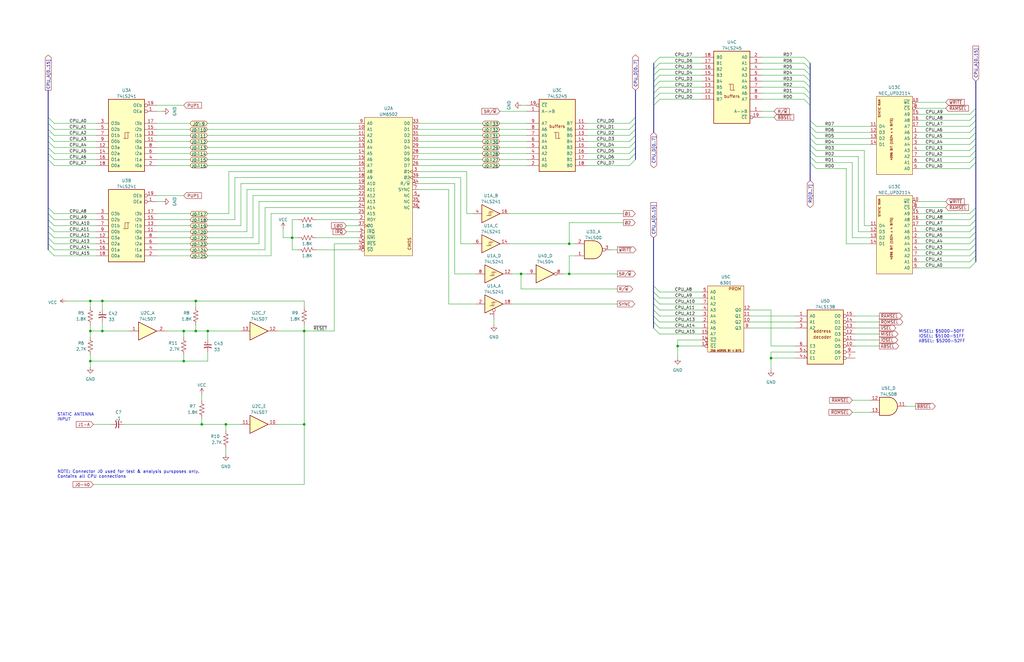
<source format=kicad_sch>
(kicad_sch (version 20230121) (generator eeschema)
  (paper "B")
  (title_block (title "Exidy Universal Game Board II") (company "Anton Gale") (comment 4 "6502 GAME LOGIC PCB"))
  (junction (at 123.19 100.33))
  (junction (at 82.55 127))
  (junction (at 219.71 115.57))
  (junction (at 325.12 151.13))
  (junction (at 128.27 139.7))
  (junction (at 128.27 179.07))
  (junction (at 38.1 127))
  (junction (at 85.09 179.07))
  (junction (at 38.1 139.7))
  (junction (at 82.55 139.7))
  (junction (at 43.18 139.7))
  (junction (at 77.47 152.4))
  (junction (at 240.03 102.87))
  (junction (at 240.03 115.57))
  (junction (at 285.75 146.05))
  (junction (at 77.47 139.7))
  (junction (at 43.18 127))
  (junction (at 87.63 139.7))
  (junction (at 95.25 179.07))
  (junction (at 38.1 152.4))
  (bus_entry (at 411.48 90.17) (size -2.54 2.54))
  (bus_entry (at 411.48 53.34) (size -2.54 2.54))
  (bus_entry (at 275.6622 29.21) (size 2.54 -2.54))
  (bus_entry (at 275.59 133.35) (size 2.54 2.54))
  (bus_entry (at 20.32 92.71) (size 2.54 2.54))
  (bus_entry (at 267.97 62.23) (size -2.54 2.54))
  (bus_entry (at 411.48 58.42) (size -2.54 2.54))
  (bus_entry (at 275.59 120.65) (size 2.54 2.54))
  (bus_entry (at 341.63 41.91) (size -2.54 -2.54))
  (bus_entry (at 411.48 87.63) (size -2.54 2.54))
  (bus_entry (at 20.32 105.41) (size 2.54 2.54))
  (bus_entry (at 275.6622 41.91) (size 2.54 -2.54))
  (bus_entry (at 267.97 52.07) (size -2.54 2.54))
  (bus_entry (at 341.63 34.29) (size -2.54 -2.54))
  (bus_entry (at 341.63 66.04) (size 2.54 2.54))
  (bus_entry (at 341.63 55.88) (size 2.54 2.54))
  (bus_entry (at 341.63 63.5) (size 2.54 2.54))
  (bus_entry (at 275.6622 36.83) (size 2.54 -2.54))
  (bus_entry (at 411.48 105.41) (size -2.54 2.54))
  (bus_entry (at 275.59 138.43) (size 2.54 2.54))
  (bus_entry (at 20.32 52.07) (size 2.54 2.54))
  (bus_entry (at 20.32 49.53) (size 2.54 2.54))
  (bus_entry (at 275.59 128.27) (size 2.54 2.54))
  (bus_entry (at 20.32 54.61) (size 2.54 2.54))
  (bus_entry (at 341.63 29.21) (size -2.54 -2.54))
  (bus_entry (at 411.48 110.49) (size -2.54 2.54))
  (bus_entry (at 20.32 100.33) (size 2.54 2.54))
  (bus_entry (at 341.63 53.34) (size 2.54 2.54))
  (bus_entry (at 275.59 135.89) (size 2.54 2.54))
  (bus_entry (at 275.59 125.73) (size 2.54 2.54))
  (bus_entry (at 341.63 60.96) (size 2.54 2.54))
  (bus_entry (at 411.48 97.79) (size -2.54 2.54))
  (bus_entry (at 275.6622 44.45) (size 2.54 -2.54))
  (bus_entry (at 20.32 64.77) (size 2.54 2.54))
  (bus_entry (at 267.97 49.53) (size -2.54 2.54))
  (bus_entry (at 267.97 57.15) (size -2.54 2.54))
  (bus_entry (at 411.48 66.04) (size -2.54 2.54))
  (bus_entry (at 411.48 107.95) (size -2.54 2.54))
  (bus_entry (at 275.6622 34.29) (size 2.54 -2.54))
  (bus_entry (at 341.63 44.45) (size -2.54 -2.54))
  (bus_entry (at 275.6622 26.67) (size 2.54 -2.54))
  (bus_entry (at 20.32 67.31) (size 2.54 2.54))
  (bus_entry (at 341.63 50.8) (size 2.54 2.54))
  (bus_entry (at 411.48 60.96) (size -2.54 2.54))
  (bus_entry (at 20.32 62.23) (size 2.54 2.54))
  (bus_entry (at 341.63 68.58) (size 2.54 2.54))
  (bus_entry (at 267.97 67.31) (size -2.54 2.54))
  (bus_entry (at 275.59 123.19) (size 2.54 2.54))
  (bus_entry (at 341.63 31.75) (size -2.54 -2.54))
  (bus_entry (at 275.6622 39.37) (size 2.54 -2.54))
  (bus_entry (at 20.32 97.79) (size 2.54 2.54))
  (bus_entry (at 411.48 63.5) (size -2.54 2.54))
  (bus_entry (at 411.48 55.88) (size -2.54 2.54))
  (bus_entry (at 411.48 92.71) (size -2.54 2.54))
  (bus_entry (at 341.63 39.37) (size -2.54 -2.54))
  (bus_entry (at 411.48 102.87) (size -2.54 2.54))
  (bus_entry (at 341.63 26.67) (size -2.54 -2.54))
  (bus_entry (at 267.97 64.77) (size -2.54 2.54))
  (bus_entry (at 20.32 95.25) (size 2.54 2.54))
  (bus_entry (at 267.97 59.69) (size -2.54 2.54))
  (bus_entry (at 267.97 54.61) (size -2.54 2.54))
  (bus_entry (at 341.63 58.42) (size 2.54 2.54))
  (bus_entry (at 411.48 48.26) (size -2.54 2.54))
  (bus_entry (at 20.32 90.17) (size 2.54 2.54))
  (bus_entry (at 411.48 68.58) (size -2.54 2.54))
  (bus_entry (at 275.6622 31.75) (size 2.54 -2.54))
  (bus_entry (at 411.48 45.72) (size -2.54 2.54))
  (bus_entry (at 20.32 87.63) (size 2.54 2.54))
  (bus_entry (at 341.63 36.83) (size -2.54 -2.54))
  (bus_entry (at 20.32 102.87) (size 2.54 2.54))
  (bus_entry (at 20.32 59.69) (size 2.54 2.54))
  (bus_entry (at 411.48 95.25) (size -2.54 2.54))
  (bus_entry (at 411.48 100.33) (size -2.54 2.54))
  (bus_entry (at 20.32 57.15) (size 2.54 2.54))
  (bus_entry (at 275.59 130.81) (size 2.54 2.54))
  (bus_entry (at 411.48 50.8) (size -2.54 2.54))
  (wire (pts (xy 95.25 179.07) (xy 101.6 179.07)))
  (wire (pts (xy 87.376 102.87) (xy 109.22 102.87)))
  (wire (pts (xy 38.1 139.7) (xy 38.1 137.16)))
  (wire (pts (xy 95.25 189.23) (xy 95.25 191.77)))
  (wire (pts (xy 22.86 57.15) (xy 40.64 57.15)))
  (wire (pts (xy 359.41 168.91) (xy 367.03 168.91)))
  (bus (pts (xy 341.63 68.58) (xy 341.63 76.2)))
  (wire (pts (xy 316.23 133.35) (xy 335.28 133.35)))
  (wire (pts (xy 203.4965 52.07) (xy 176.53 52.07)))
  (wire (pts (xy 22.86 105.41) (xy 40.64 105.41)))
  (bus (pts (xy 341.63 53.34) (xy 341.63 55.88)))
  (wire (pts (xy 285.75 143.51) (xy 285.75 146.05)))
  (wire (pts (xy 111.76 105.41) (xy 111.76 87.63)))
  (wire (pts (xy 408.94 71.12) (xy 387.35 71.12)))
  (wire (pts (xy 278.13 128.27) (xy 295.91 128.27)))
  (bus (pts (xy 275.59 135.89) (xy 275.59 138.43)))
  (wire (pts (xy 408.94 95.25) (xy 387.35 95.25)))
  (wire (pts (xy 321.31 26.67) (xy 339.09 26.67)))
  (wire (pts (xy 285.75 146.05) (xy 295.91 146.05)))
  (wire (pts (xy 278.13 135.89) (xy 295.91 135.89)))
  (bus (pts (xy 341.63 34.29) (xy 341.63 31.75)))
  (bus (pts (xy 275.59 130.81) (xy 275.59 133.35)))
  (wire (pts (xy 222.25 64.77) (xy 210.566 64.77)))
  (bus (pts (xy 275.59 133.35) (xy 275.59 135.89)))
  (wire (pts (xy 316.23 138.43) (xy 335.28 138.43)))
  (wire (pts (xy 39.37 204.47) (xy 128.27 204.47)))
  (wire (pts (xy 214.63 102.87) (xy 240.03 102.87)))
  (wire (pts (xy 66.04 102.87) (xy 80.264 102.87)))
  (wire (pts (xy 85.09 179.07) (xy 85.09 176.53)))
  (wire (pts (xy 257.81 105.41) (xy 260.35 105.41)))
  (wire (pts (xy 125.73 92.71) (xy 123.19 92.71)))
  (wire (pts (xy 43.18 135.89) (xy 43.18 139.7)))
  (wire (pts (xy 66.04 52.07) (xy 80.264 52.07)))
  (wire (pts (xy 278.13 123.19) (xy 295.91 123.19)))
  (wire (pts (xy 222.25 62.23) (xy 210.6085 62.23)))
  (bus (pts (xy 267.97 52.07) (xy 267.97 54.61)))
  (wire (pts (xy 77.47 139.7) (xy 82.55 139.7)))
  (wire (pts (xy 265.43 52.07) (xy 247.65 52.07)))
  (bus (pts (xy 20.32 49.53) (xy 20.32 52.07)))
  (wire (pts (xy 265.43 54.61) (xy 247.65 54.61)))
  (bus (pts (xy 20.32 100.33) (xy 20.32 102.87)))
  (wire (pts (xy 240.03 107.95) (xy 242.57 107.95)))
  (bus (pts (xy 275.59 120.65) (xy 275.59 123.19)))
  (wire (pts (xy 151.13 82.55) (xy 106.68 82.55)))
  (wire (pts (xy 82.55 129.54) (xy 82.55 127)))
  (wire (pts (xy 85.09 179.07) (xy 95.25 179.07)))
  (wire (pts (xy 203.4965 54.61) (xy 176.53 54.61)))
  (wire (pts (xy 22.86 95.25) (xy 40.64 95.25)))
  (bus (pts (xy 411.48 100.33) (xy 411.48 102.87)))
  (wire (pts (xy 335.28 146.05) (xy 325.12 146.05)))
  (wire (pts (xy 321.31 34.29) (xy 339.09 34.29)))
  (wire (pts (xy 240.03 102.87) (xy 242.57 102.87)))
  (bus (pts (xy 411.48 48.26) (xy 411.48 50.8)))
  (wire (pts (xy 87.376 59.69) (xy 151.13 59.69)))
  (wire (pts (xy 123.19 105.41) (xy 123.19 100.33)))
  (wire (pts (xy 408.94 66.04) (xy 387.35 66.04)))
  (wire (pts (xy 265.43 67.31) (xy 247.65 67.31)))
  (wire (pts (xy 87.63 139.7) (xy 87.63 143.51)))
  (wire (pts (xy 278.2022 41.91) (xy 295.91 41.91)))
  (wire (pts (xy 240.03 93.98) (xy 240.03 102.87)))
  (bus (pts (xy 275.6622 31.75) (xy 275.6622 29.21)))
  (wire (pts (xy 321.31 39.37) (xy 339.09 39.37)))
  (wire (pts (xy 39.37 179.07) (xy 46.99 179.07)))
  (wire (pts (xy 408.94 110.49) (xy 387.35 110.49)))
  (wire (pts (xy 128.27 139.7) (xy 128.27 179.07)))
  (wire (pts (xy 87.376 52.07) (xy 151.13 52.07)))
  (wire (pts (xy 38.1 142.24) (xy 38.1 139.7)))
  (wire (pts (xy 22.86 52.07) (xy 40.64 52.07)))
  (wire (pts (xy 66.04 64.77) (xy 80.2215 64.77)))
  (bus (pts (xy 275.6622 29.21) (xy 275.6622 26.67)))
  (bus (pts (xy 341.63 44.45) (xy 341.63 41.91)))
  (bus (pts (xy 20.32 95.25) (xy 20.32 97.79)))
  (bus (pts (xy 20.32 97.79) (xy 20.32 100.33)))
  (wire (pts (xy 66.04 54.61) (xy 80.264 54.61)))
  (wire (pts (xy 360.68 138.43) (xy 370.84 138.43)))
  (wire (pts (xy 367.03 55.88) (xy 344.17 55.88)))
  (wire (pts (xy 203.4965 69.85) (xy 176.53 69.85)))
  (wire (pts (xy 176.53 80.01) (xy 189.23 80.01)))
  (wire (pts (xy 109.22 102.87) (xy 109.22 85.09)))
  (wire (pts (xy 278.2022 31.75) (xy 295.91 31.75)))
  (wire (pts (xy 278.2022 29.21) (xy 295.91 29.21)))
  (bus (pts (xy 411.48 66.04) (xy 411.48 68.58)))
  (wire (pts (xy 208.28 134.62) (xy 208.28 137.16)))
  (wire (pts (xy 408.94 53.34) (xy 387.35 53.34)))
  (wire (pts (xy 87.4185 92.71) (xy 99.06 92.71)))
  (wire (pts (xy 22.86 62.23) (xy 40.64 62.23)))
  (wire (pts (xy 22.86 54.61) (xy 40.64 54.61)))
  (wire (pts (xy 408.94 48.26) (xy 387.35 48.26)))
  (wire (pts (xy 151.13 77.47) (xy 101.6 77.47)))
  (wire (pts (xy 119.38 100.33) (xy 119.38 96.52)))
  (bus (pts (xy 267.97 57.15) (xy 267.97 59.69)))
  (wire (pts (xy 367.03 60.96) (xy 344.17 60.96)))
  (wire (pts (xy 27.94 127) (xy 38.1 127)))
  (bus (pts (xy 20.32 102.87) (xy 20.32 105.41)))
  (wire (pts (xy 22.86 67.31) (xy 40.64 67.31)))
  (wire (pts (xy 360.68 135.89) (xy 370.84 135.89)))
  (wire (pts (xy 408.94 102.87) (xy 387.35 102.87)))
  (wire (pts (xy 66.04 46.99) (xy 68.58 46.99)))
  (wire (pts (xy 240.03 107.95) (xy 240.03 115.57)))
  (wire (pts (xy 128.27 139.7) (xy 128.27 137.16)))
  (wire (pts (xy 176.53 74.93) (xy 194.31 74.93)))
  (wire (pts (xy 22.86 97.79) (xy 40.64 97.79)))
  (wire (pts (xy 222.25 67.31) (xy 210.6085 67.31)))
  (bus (pts (xy 341.63 60.96) (xy 341.63 63.5)))
  (wire (pts (xy 382.27 171.45) (xy 386.08 171.45)))
  (bus (pts (xy 267.97 59.69) (xy 267.97 62.23)))
  (wire (pts (xy 278.13 125.73) (xy 295.91 125.73)))
  (wire (pts (xy 114.3 90.17) (xy 114.3 107.95)))
  (wire (pts (xy 222.25 69.85) (xy 210.6085 69.85)))
  (bus (pts (xy 275.59 100.33) (xy 275.59 120.65)))
  (wire (pts (xy 125.73 105.41) (xy 123.19 105.41)))
  (wire (pts (xy 237.49 115.57) (xy 240.03 115.57)))
  (wire (pts (xy 295.91 143.51) (xy 285.75 143.51)))
  (wire (pts (xy 87.63 139.7) (xy 101.6 139.7)))
  (bus (pts (xy 411.48 53.34) (xy 411.48 55.88)))
  (wire (pts (xy 222.25 52.07) (xy 210.6085 52.07)))
  (wire (pts (xy 116.84 179.07) (xy 128.27 179.07)))
  (wire (pts (xy 196.85 72.39) (xy 196.85 90.17)))
  (wire (pts (xy 66.04 59.69) (xy 80.264 59.69)))
  (wire (pts (xy 408.94 113.03) (xy 387.35 113.03)))
  (wire (pts (xy 408.94 55.88) (xy 387.35 55.88)))
  (bus (pts (xy 341.63 63.5) (xy 341.63 66.04)))
  (wire (pts (xy 367.03 53.34) (xy 344.17 53.34)))
  (wire (pts (xy 151.13 95.25) (xy 146.05 95.25)))
  (bus (pts (xy 267.97 49.53) (xy 267.97 52.07)))
  (wire (pts (xy 408.94 68.58) (xy 387.35 68.58)))
  (wire (pts (xy 189.23 128.27) (xy 200.66 128.27)))
  (wire (pts (xy 214.63 90.17) (xy 262.89 90.17)))
  (bus (pts (xy 341.63 50.8) (xy 341.63 53.34)))
  (wire (pts (xy 22.86 90.17) (xy 40.64 90.17)))
  (wire (pts (xy 408.94 50.8) (xy 387.35 50.8)))
  (bus (pts (xy 341.63 55.88) (xy 341.63 58.42)))
  (bus (pts (xy 411.48 90.17) (xy 411.48 92.71)))
  (wire (pts (xy 325.12 146.05) (xy 325.12 130.81)))
  (wire (pts (xy 210.82 46.99) (xy 222.25 46.99)))
  (wire (pts (xy 398.78 85.09) (xy 387.35 85.09)))
  (wire (pts (xy 191.77 115.57) (xy 200.66 115.57)))
  (bus (pts (xy 275.6622 44.45) (xy 275.6622 41.91)))
  (wire (pts (xy 95.25 179.07) (xy 95.25 181.61)))
  (wire (pts (xy 367.03 58.42) (xy 344.17 58.42)))
  (wire (pts (xy 123.19 100.33) (xy 125.73 100.33)))
  (wire (pts (xy 99.06 92.71) (xy 99.06 74.93)))
  (wire (pts (xy 22.86 102.87) (xy 40.64 102.87)))
  (wire (pts (xy 321.31 41.91) (xy 339.09 41.91)))
  (wire (pts (xy 106.68 82.55) (xy 106.68 100.33)))
  (wire (pts (xy 66.04 44.45) (xy 77.47 44.45)))
  (bus (pts (xy 411.48 60.96) (xy 411.48 63.5)))
  (wire (pts (xy 398.78 43.18) (xy 387.35 43.18)))
  (bus (pts (xy 411.48 63.5) (xy 411.48 66.04)))
  (bus (pts (xy 341.63 36.83) (xy 341.63 34.29)))
  (wire (pts (xy 66.04 105.41) (xy 80.3065 105.41)))
  (wire (pts (xy 82.55 139.7) (xy 82.55 137.16)))
  (wire (pts (xy 367.03 95.25) (xy 364.49 95.25)))
  (wire (pts (xy 194.31 102.87) (xy 199.39 102.87)))
  (wire (pts (xy 203.454 64.77) (xy 176.53 64.77)))
  (wire (pts (xy 215.9 128.27) (xy 260.35 128.27)))
  (wire (pts (xy 265.43 69.85) (xy 247.65 69.85)))
  (wire (pts (xy 316.23 135.89) (xy 335.28 135.89)))
  (wire (pts (xy 85.09 168.91) (xy 85.09 166.37)))
  (bus (pts (xy 275.6622 41.91) (xy 275.6622 39.37)))
  (wire (pts (xy 133.35 92.71) (xy 151.13 92.71)))
  (bus (pts (xy 411.48 107.95) (xy 411.48 110.49)))
  (bus (pts (xy 411.48 68.58) (xy 411.48 87.63)))
  (wire (pts (xy 114.3 107.95) (xy 87.4185 107.95)))
  (wire (pts (xy 82.55 139.7) (xy 87.63 139.7)))
  (wire (pts (xy 364.49 63.5) (xy 344.17 63.5)))
  (wire (pts (xy 66.04 97.79) (xy 80.3065 97.79)))
  (wire (pts (xy 77.47 149.86) (xy 77.47 152.4)))
  (wire (pts (xy 38.1 152.4) (xy 38.1 154.94)))
  (wire (pts (xy 116.84 139.7) (xy 128.27 139.7)))
  (wire (pts (xy 80.3065 95.25) (xy 66.04 95.25)))
  (wire (pts (xy 191.77 77.47) (xy 191.77 115.57)))
  (wire (pts (xy 194.31 74.93) (xy 194.31 102.87)))
  (bus (pts (xy 411.48 102.87) (xy 411.48 105.41)))
  (wire (pts (xy 408.94 97.79) (xy 387.35 97.79)))
  (wire (pts (xy 123.19 100.33) (xy 119.38 100.33)))
  (wire (pts (xy 87.63 148.59) (xy 87.63 152.4)))
  (bus (pts (xy 341.63 39.37) (xy 341.63 36.83)))
  (wire (pts (xy 285.75 146.05) (xy 285.75 151.13)))
  (wire (pts (xy 82.55 127) (xy 128.27 127)))
  (wire (pts (xy 66.04 67.31) (xy 80.264 67.31)))
  (wire (pts (xy 398.78 87.63) (xy 387.35 87.63)))
  (bus (pts (xy 411.48 55.88) (xy 411.48 58.42)))
  (wire (pts (xy 408.94 58.42) (xy 387.35 58.42)))
  (wire (pts (xy 66.04 82.55) (xy 77.47 82.55)))
  (wire (pts (xy 38.1 152.4) (xy 77.47 152.4)))
  (wire (pts (xy 215.9 115.57) (xy 219.71 115.57)))
  (bus (pts (xy 20.32 90.17) (xy 20.32 92.71)))
  (wire (pts (xy 408.94 63.5) (xy 387.35 63.5)))
  (bus (pts (xy 20.32 87.63) (xy 20.32 90.17)))
  (wire (pts (xy 111.76 87.63) (xy 151.13 87.63)))
  (wire (pts (xy 359.41 173.99) (xy 367.03 173.99)))
  (wire (pts (xy 43.18 139.7) (xy 54.61 139.7)))
  (bus (pts (xy 411.48 50.8) (xy 411.48 53.34)))
  (bus (pts (xy 411.48 45.72) (xy 411.48 48.26)))
  (wire (pts (xy 128.27 129.54) (xy 128.27 127)))
  (wire (pts (xy 219.71 121.92) (xy 260.35 121.92)))
  (wire (pts (xy 66.04 92.71) (xy 80.3065 92.71)))
  (wire (pts (xy 278.13 138.43) (xy 295.91 138.43)))
  (wire (pts (xy 408.94 90.17) (xy 387.35 90.17)))
  (wire (pts (xy 133.35 105.41) (xy 151.13 105.41)))
  (bus (pts (xy 20.32 92.71) (xy 20.32 95.25)))
  (bus (pts (xy 341.63 29.21) (xy 341.63 26.67)))
  (wire (pts (xy 278.13 140.97) (xy 295.91 140.97)))
  (bus (pts (xy 20.32 62.23) (xy 20.32 64.77)))
  (wire (pts (xy 176.53 72.39) (xy 196.85 72.39)))
  (wire (pts (xy 151.13 97.79) (xy 146.05 97.79)))
  (wire (pts (xy 408.94 100.33) (xy 387.35 100.33)))
  (wire (pts (xy 398.78 45.72) (xy 387.35 45.72)))
  (wire (pts (xy 133.35 100.33) (xy 151.13 100.33)))
  (wire (pts (xy 325.12 151.13) (xy 335.28 151.13)))
  (wire (pts (xy 240.03 93.98) (xy 262.89 93.98)))
  (wire (pts (xy 87.4185 105.41) (xy 111.76 105.41)))
  (bus (pts (xy 275.59 123.19) (xy 275.59 125.73)))
  (wire (pts (xy 43.18 127) (xy 43.18 130.81)))
  (wire (pts (xy 128.27 139.7) (xy 140.97 139.7)))
  (wire (pts (xy 265.43 59.69) (xy 247.65 59.69)))
  (wire (pts (xy 356.87 71.12) (xy 356.87 102.87)))
  (wire (pts (xy 77.47 142.24) (xy 77.47 139.7)))
  (wire (pts (xy 38.1 149.86) (xy 38.1 152.4)))
  (wire (pts (xy 87.4185 97.79) (xy 104.14 97.79)))
  (wire (pts (xy 278.2022 34.29) (xy 295.91 34.29)))
  (wire (pts (xy 222.25 54.61) (xy 210.6085 54.61)))
  (wire (pts (xy 265.43 64.77) (xy 247.65 64.77)))
  (wire (pts (xy 101.6 77.47) (xy 101.6 95.25)))
  (wire (pts (xy 87.376 67.31) (xy 151.13 67.31)))
  (wire (pts (xy 196.85 90.17) (xy 199.39 90.17)))
  (bus (pts (xy 275.6622 34.29) (xy 275.6622 31.75)))
  (bus (pts (xy 411.48 87.63) (xy 411.48 90.17)))
  (wire (pts (xy 321.31 29.21) (xy 339.09 29.21)))
  (bus (pts (xy 20.32 52.07) (xy 20.32 54.61)))
  (wire (pts (xy 87.376 62.23) (xy 151.13 62.23)))
  (bus (pts (xy 341.63 31.75) (xy 341.63 29.21)))
  (wire (pts (xy 87.3335 64.77) (xy 151.13 64.77)))
  (wire (pts (xy 203.4965 67.31) (xy 176.53 67.31)))
  (wire (pts (xy 278.13 133.35) (xy 295.91 133.35)))
  (wire (pts (xy 326.39 46.99) (xy 321.31 46.99)))
  (bus (pts (xy 341.63 41.91) (xy 341.63 39.37)))
  (bus (pts (xy 267.97 54.61) (xy 267.97 57.15)))
  (wire (pts (xy 356.87 71.12) (xy 344.17 71.12)))
  (bus (pts (xy 20.32 64.77) (xy 20.32 67.31)))
  (wire (pts (xy 359.41 68.58) (xy 344.17 68.58)))
  (wire (pts (xy 104.14 97.79) (xy 104.14 80.01)))
  (wire (pts (xy 22.86 92.71) (xy 40.64 92.71)))
  (wire (pts (xy 123.19 92.71) (xy 123.19 100.33)))
  (wire (pts (xy 278.2022 36.83) (xy 295.91 36.83)))
  (bus (pts (xy 275.59 125.73) (xy 275.59 128.27)))
  (wire (pts (xy 361.95 97.79) (xy 367.03 97.79)))
  (wire (pts (xy 22.86 64.77) (xy 40.64 64.77)))
  (wire (pts (xy 265.43 57.15) (xy 247.65 57.15)))
  (wire (pts (xy 38.1 139.7) (xy 43.18 139.7)))
  (wire (pts (xy 325.12 148.59) (xy 325.12 151.13)))
  (bus (pts (xy 267.97 62.23) (xy 267.97 64.77)))
  (wire (pts (xy 109.22 85.09) (xy 151.13 85.09)))
  (wire (pts (xy 66.04 85.09) (xy 68.58 85.09)))
  (wire (pts (xy 66.04 69.85) (xy 80.264 69.85)))
  (wire (pts (xy 325.12 130.81) (xy 316.23 130.81)))
  (wire (pts (xy 106.68 100.33) (xy 87.4185 100.33)))
  (bus (pts (xy 411.48 97.79) (xy 411.48 100.33)))
  (bus (pts (xy 275.59 128.27) (xy 275.59 130.81)))
  (bus (pts (xy 411.48 92.71) (xy 411.48 95.25)))
  (wire (pts (xy 203.4965 59.69) (xy 176.53 59.69)))
  (wire (pts (xy 222.25 59.69) (xy 210.6085 59.69)))
  (bus (pts (xy 275.6622 39.37) (xy 275.6622 36.83)))
  (bus (pts (xy 411.48 58.42) (xy 411.48 60.96)))
  (wire (pts (xy 364.49 95.25) (xy 364.49 63.5)))
  (wire (pts (xy 321.31 31.75) (xy 339.09 31.75)))
  (wire (pts (xy 52.07 179.07) (xy 85.09 179.07)))
  (wire (pts (xy 278.2022 26.67) (xy 295.91 26.67)))
  (wire (pts (xy 176.53 77.47) (xy 191.77 77.47)))
  (wire (pts (xy 140.97 139.7) (xy 140.97 102.87)))
  (wire (pts (xy 101.6 95.25) (xy 87.4185 95.25)))
  (wire (pts (xy 104.14 80.01) (xy 151.13 80.01)))
  (wire (pts (xy 96.52 72.39) (xy 151.13 72.39)))
  (wire (pts (xy 359.41 100.33) (xy 359.41 68.58)))
  (wire (pts (xy 361.95 66.04) (xy 361.95 97.79)))
  (bus (pts (xy 267.97 64.77) (xy 267.97 67.31)))
  (wire (pts (xy 203.4965 57.15) (xy 176.53 57.15)))
  (wire (pts (xy 66.04 57.15) (xy 80.264 57.15)))
  (wire (pts (xy 278.13 130.81) (xy 295.91 130.81)))
  (wire (pts (xy 321.31 24.13) (xy 339.09 24.13)))
  (bus (pts (xy 20.32 54.61) (xy 20.32 57.15)))
  (wire (pts (xy 80.3065 100.33) (xy 66.04 100.33)))
  (wire (pts (xy 43.18 127) (xy 82.55 127)))
  (bus (pts (xy 411.48 105.41) (xy 411.48 107.95)))
  (bus (pts (xy 341.63 66.04) (xy 341.63 68.58)))
  (wire (pts (xy 265.43 62.23) (xy 247.65 62.23)))
  (wire (pts (xy 360.68 143.51) (xy 370.84 143.51)))
  (wire (pts (xy 87.4185 90.17) (xy 96.52 90.17)))
  (bus (pts (xy 275.6622 55.88) (xy 275.6622 44.45)))
  (wire (pts (xy 408.94 60.96) (xy 387.35 60.96)))
  (wire (pts (xy 69.85 139.7) (xy 77.47 139.7)))
  (wire (pts (xy 66.04 62.23) (xy 80.264 62.23)))
  (wire (pts (xy 361.95 66.04) (xy 344.17 66.04)))
  (wire (pts (xy 222.25 57.15) (xy 210.6085 57.15)))
  (wire (pts (xy 219.71 121.92) (xy 219.71 115.57)))
  (wire (pts (xy 356.87 102.87) (xy 367.03 102.87)))
  (wire (pts (xy 77.47 152.4) (xy 87.63 152.4)))
  (wire (pts (xy 408.94 107.95) (xy 387.35 107.95)))
  (wire (pts (xy 99.06 74.93) (xy 151.13 74.93)))
  (bus (pts (xy 411.48 95.25) (xy 411.48 97.79)))
  (wire (pts (xy 321.31 36.83) (xy 339.09 36.83)))
  (wire (pts (xy 66.04 90.17) (xy 80.3065 90.17)))
  (wire (pts (xy 140.97 102.87) (xy 151.13 102.87)))
  (wire (pts (xy 203.4965 62.23) (xy 176.53 62.23)))
  (bus (pts (xy 341.63 44.45) (xy 341.63 50.8)))
  (wire (pts (xy 360.68 133.35) (xy 370.84 133.35)))
  (wire (pts (xy 325.12 151.13) (xy 325.12 156.21)))
  (bus (pts (xy 267.97 38.1) (xy 267.97 49.53)))
  (bus (pts (xy 411.48 34.29) (xy 411.48 45.72)))
  (wire (pts (xy 326.39 49.53) (xy 321.31 49.53)))
  (wire (pts (xy 367.03 100.33) (xy 359.41 100.33)))
  (wire (pts (xy 408.94 105.41) (xy 387.35 105.41)))
  (wire (pts (xy 222.25 44.45) (xy 219.71 44.45)))
  (wire (pts (xy 189.23 80.01) (xy 189.23 128.27)))
  (wire (pts (xy 96.52 90.17) (xy 96.52 72.39)))
  (wire (pts (xy 87.376 54.61) (xy 151.13 54.61)))
  (wire (pts (xy 278.2022 24.13) (xy 295.91 24.13)))
  (wire (pts (xy 128.27 179.07) (xy 128.27 204.47)))
  (wire (pts (xy 22.86 107.95) (xy 40.64 107.95)))
  (wire (pts (xy 80.3065 107.95) (xy 66.04 107.95)))
  (wire (pts (xy 278.2022 39.37) (xy 295.91 39.37)))
  (wire (pts (xy 38.1 129.54) (xy 38.1 127)))
  (bus (pts (xy 20.32 67.31) (xy 20.32 87.63)))
  (bus (pts (xy 275.6622 36.83) (xy 275.6622 34.29)))
  (wire (pts (xy 335.28 148.59) (xy 325.12 148.59)))
  (wire (pts (xy 87.376 69.85) (xy 151.13 69.85)))
  (wire (pts (xy 38.1 127) (xy 43.18 127)))
  (bus (pts (xy 20.32 59.69) (xy 20.32 62.23)))
  (bus (pts (xy 20.32 38.1) (xy 20.32 49.53)))
  (wire (pts (xy 151.13 90.17) (xy 114.3 90.17)))
  (wire (pts (xy 360.68 140.97) (xy 370.84 140.97)))
  (wire (pts (xy 87.376 57.15) (xy 151.13 57.15)))
  (wire (pts (xy 360.68 146.05) (xy 370.84 146.05)))
  (wire (pts (xy 240.03 115.57) (xy 260.35 115.57)))
  (bus (pts (xy 341.63 58.42) (xy 341.63 60.96)))
  (wire (pts (xy 22.86 69.85) (xy 40.64 69.85)))
  (wire (pts (xy 22.86 59.69) (xy 40.64 59.69)))
  (wire (pts (xy 22.86 100.33) (xy 40.64 100.33)))
  (wire (pts (xy 408.94 92.71) (xy 387.35 92.71)))
  (wire (pts (xy 219.71 115.57) (xy 222.25 115.57)))
  (bus (pts (xy 20.32 57.15) (xy 20.32 59.69)))
  (text "NOTE: Connector J0 used for test & analysis pursposes only.  \nContains all CPU connections" (at 24.13 201.93 0) (effects (font (size 1.27 1.27)) (justify left bottom)))
  (text "MISEL: $5000-50FF\nIOSEL: $5100-51FF\nABSEL: $5200-52FF" (at 387.35 144.78 0) (effects (font (size 1.27 1.27)) (justify left bottom)))
  (text "STATIC ANTENNA\nINPUT" (at 24.13 177.8 0) (effects (font (size 1.27 1.27)) (justify left bottom)))
  (label "RD2" (at 351.79 66.04 180))
  (label "CPU_A13" (at 284.5522 135.89 0))
  (label "CPU_D2" (at 284.5522 36.83 0))
  (label "CPU_A7" (at 29.1378 69.85 0))
  (label "RD5" (at 330.2 29.21 0))
  (label "RD4" (at 351.79 60.96 180))
  (label "CPU_D4" (at 284.5522 31.75 0))
  (label "CPU_A2" (at 29.21 57.15 0))
  (label "RD4" (at 330.2 31.75 0))
  (label "CPU_A4" (at 29.21 62.23 0))
  (label "CPU_A3" (at 29.21 59.69 0))
  (label "CPU_A15" (at 284.5845 140.97 0))
  (label "CPU_A3" (at 397.51 105.41 180))
  (label "CPU_D5" (at 259.08 64.77 180))
  (label "CPU_D7" (at 259.1522 69.85 180))
  (label "CPU_A8" (at 29.21 90.17 0))
  (label "CPU_D2" (at 259.08 57.15 180))
  (label "CPU_A9" (at 29.2822 92.71 0))
  (label "~{RESET}" (at 132.08 139.7 0))
  (label "CPU_D0" (at 259.08 52.07 180))
  (label "CPU_A8" (at 284.48 123.19 0))
  (label "CPU_A6" (at 397.51 55.88 180))
  (label "CPU_A11" (at 284.48 130.81 0))
  (label "CPU_A7" (at 397.5822 95.25 180))
  (label "RD6" (at 330.2 26.67 0))
  (label "CPU_A9" (at 397.5822 48.26 180))
  (label "CPU_A4" (at 397.51 102.87 180))
  (label "CPU_D6" (at 259.08 67.31 180))
  (label "RD7" (at 330.2 24.13 0))
  (label "CPU_A14" (at 284.5522 138.43 0))
  (label "CPU_D1" (at 284.5522 39.37 0))
  (label "RD6" (at 351.79 55.88 180))
  (label "CPU_A6" (at 397.51 97.79 180))
  (label "RD3" (at 330.2 34.29 0))
  (label "CPU_D7" (at 284.48 24.13 0))
  (label "CPU_A7" (at 397.5822 53.34 180))
  (label "CPU_D3" (at 259.08 59.69 180))
  (label "CPU_D4" (at 259.08 62.23 180))
  (label "CPU_A5" (at 29.21 64.77 0))
  (label "CPU_D0" (at 284.5522 41.91 0))
  (label "CPU_A10" (at 284.5522 128.27 0))
  (label "CPU_A12" (at 284.5522 133.35 0))
  (label "CPU_A11" (at 29.21 97.79 0))
  (label "CPU_D1" (at 259.08 54.61 180))
  (label "CPU_A13" (at 29.2822 102.87 0))
  (label "CPU_A9" (at 284.5522 125.73 0))
  (label "CPU_A9" (at 397.5822 90.17 180))
  (label "CPU_D3" (at 284.5522 34.29 0))
  (label "CPU_A4" (at 397.51 60.96 180))
  (label "RD5" (at 351.79 58.42 180))
  (label "CPU_D5" (at 284.5522 29.21 0))
  (label "CPU_A5" (at 397.51 100.33 180))
  (label "CPU_A12" (at 29.2822 100.33 0))
  (label "CPU_A8" (at 397.5822 92.71 180))
  (label "CPU_A3" (at 397.51 63.5 180))
  (label "CPU_A2" (at 397.51 66.04 180))
  (label "RD3" (at 351.79 63.5 180))
  (label "CPU_A14" (at 29.2822 105.41 0))
  (label "CPU_A1" (at 397.51 110.49 180))
  (label "RD7" (at 351.79 53.34 180))
  (label "RD0" (at 330.2 41.91 0))
  (label "CPU_A0" (at 397.51 71.12 180))
  (label "CPU_A2" (at 397.51 107.95 180))
  (label "CPU_A6" (at 29.21 67.31 0))
  (label "CPU_A1" (at 29.21 54.61 0))
  (label "CPU_A0" (at 397.51 113.03 180))
  (label "RD1" (at 351.79 68.58 180))
  (label "CPU_A1" (at 397.51 68.58 180))
  (label "RD1" (at 330.2 39.37 0))
  (label "CPU_A0" (at 29.21 52.07 0))
  (label "CPU_D6" (at 284.5522 26.67 0))
  (label "RD2" (at 330.2 36.83 0))
  (label "CPU_A10" (at 29.2822 95.25 0))
  (label "CPU_A15" (at 29.3145 107.95 0))
  (label "CPU_A5" (at 397.51 58.42 180))
  (label "RD0" (at 351.79 71.12 180))
  (label "CPU_A8" (at 397.5822 50.8 180))
  (global_label "~{ROMSEL}" (shape input) (at 359.41 173.99 180) (property "Intersheetrefs" "${INTERSHEET_REFS}" (effects hide)))
  (global_label "~{RAMSEL}" (shape output) (at 370.84 133.35 0) (property "Intersheetrefs" "${INTERSHEET_REFS}" (effects hide)))
  (global_label "RD[0..7]" (shape bidirectional) (at 341.63 76.2 270) (property "Intersheetrefs" "${INTERSHEET_REFS}" (effects hide)))
  (global_label "Ø1" (shape output) (at 262.89 90.17 0) (property "Intersheetrefs" "${INTERSHEET_REFS}" (effects hide)))
  (global_label "~{WRITE}" (shape output) (at 260.35 105.41 0) (property "Intersheetrefs" "${INTERSHEET_REFS}" (effects hide)))
  (global_label "R{slash}~{W}" (shape output) (at 260.35 121.92 0) (property "Intersheetrefs" "${INTERSHEET_REFS}" (effects hide)))
  (global_label "SYNC" (shape output) (at 260.35 128.27 0) (property "Intersheetrefs" "${INTERSHEET_REFS}" (effects hide)))
  (global_label "~{VSEL}" (shape output) (at 370.84 138.43 0) (property "Intersheetrefs" "${INTERSHEET_REFS}" (effects hide)))
  (global_label "~{RAMSEL}" (shape input) (at 398.78 45.72 0) (property "Intersheetrefs" "${INTERSHEET_REFS}" (effects hide)))
  (global_label "5R{slash}~{W}" (shape input) (at 210.82 46.99 180) (property "Intersheetrefs" "${INTERSHEET_REFS}" (effects hide)))
  (global_label "1ØO" (shape input) (at 146.05 95.25 180) (property "Intersheetrefs" "${INTERSHEET_REFS}" (effects hide)))
  (global_label "CPU_A[0..15]" (shape input) (at 411.48 34.29 90) (property "Intersheetrefs" "${INTERSHEET_REFS}" (effects hide)))
  (global_label "J0-40" (shape input) (at 39.37 204.47 180) (property "Intersheetrefs" "${INTERSHEET_REFS}" (effects hide)))
  (global_label "R{slash}~{W}" (shape input) (at 326.39 46.99 0) (property "Intersheetrefs" "${INTERSHEET_REFS}" (effects hide)))
  (global_label "~{WRITE}" (shape input) (at 398.78 43.18 0) (property "Intersheetrefs" "${INTERSHEET_REFS}" (effects hide)))
  (global_label "~{MISEL}" (shape output) (at 370.84 140.97 0) (property "Intersheetrefs" "${INTERSHEET_REFS}" (effects hide)))
  (global_label "J1-A" (shape input) (at 39.37 179.07 180) (property "Intersheetrefs" "${INTERSHEET_REFS}" (effects hide)))
  (global_label "~{BBSEL}" (shape output) (at 386.08 171.45 0) (property "Intersheetrefs" "${INTERSHEET_REFS}" (effects hide)))
  (global_label "~{RAMSEL}" (shape input) (at 398.78 87.63 0) (property "Intersheetrefs" "${INTERSHEET_REFS}" (effects hide)))
  (global_label "~{BBSEL}" (shape input) (at 326.39 49.53 0) (property "Intersheetrefs" "${INTERSHEET_REFS}" (effects hide)))
  (global_label "PUP1" (shape input) (at 77.47 82.55 0) (property "Intersheetrefs" "${INTERSHEET_REFS}" (effects hide)))
  (global_label "~{ROMSEL}" (shape output) (at 370.84 135.89 0) (property "Intersheetrefs" "${INTERSHEET_REFS}" (effects hide)))
  (global_label "5R{slash}~{W}" (shape output) (at 260.35 115.57 0) (property "Intersheetrefs" "${INTERSHEET_REFS}" (effects hide)))
  (global_label "CPU_D[0..7]" (shape bidirectional) (at 275.6622 55.88 270) (property "Intersheetrefs" "${INTERSHEET_REFS}" (effects hide)))
  (global_label "~{IOSEL}" (shape output) (at 370.84 143.51 0) (property "Intersheetrefs" "${INTERSHEET_REFS}" (effects hide)))
  (global_label "~{IRQ}" (shape input) (at 146.05 97.79 180) (property "Intersheetrefs" "${INTERSHEET_REFS}" (effects hide)))
  (global_label "CPU_D[0..7]" (shape bidirectional) (at 267.97 38.1 90) (property "Intersheetrefs" "${INTERSHEET_REFS}" (effects hide)))
  (global_label "~{RAMSEL}" (shape input) (at 359.41 168.91 180) (property "Intersheetrefs" "${INTERSHEET_REFS}" (effects hide)))
  (global_label "Ø2" (shape output) (at 262.89 93.98 0) (property "Intersheetrefs" "${INTERSHEET_REFS}" (effects hide)))
  (global_label "CPU_A[0..15]" (shape input) (at 275.59 100.33 90) (property "Intersheetrefs" "${INTERSHEET_REFS}" (effects hide)))
  (global_label "~{WRITE}" (shape input) (at 398.78 85.09 0) (property "Intersheetrefs" "${INTERSHEET_REFS}" (effects hide)))
  (global_label "PUP1" (shape input) (at 77.47 44.45 0) (property "Intersheetrefs" "${INTERSHEET_REFS}" (effects hide)))
  (global_label "CPU_A[0..15]" (shape output) (at 20.32 38.1 90) (property "Intersheetrefs" "${INTERSHEET_REFS}" (effects hide)))
  (global_label "~{ABSEL}" (shape output) (at 370.84 146.05 0) (property "Intersheetrefs" "${INTERSHEET_REFS}" (effects hide)))
  (symbol (lib_id "arcade:UM6502") (at 163.83 78.74 0) (unit 1)
    (property "Reference" "U2A" (at 163.83 45.72 0))
    (property "Value" "UM6502" (at 163.83 48.26 0))
    (property "Datasheet" "http://archive.6502.org/datasheets/mos_65ce02_mpu.pdf" (effects hide))
  )
  (symbol (lib_id "arcade:PAD") (at 207.0525 59.69 0) (unit 1)
    (property "Reference" "J0-30" (at 207.0525 59.944 0))
    (property "Value" "~" (at 207.0525 59.309 0))
  )
  (symbol (lib_id "jt74:74LS245") (at 308.61 36.83 0) (mirror y) (unit 1)
    (property "Reference" "U4C" (at 308.61 17.78 0))
    (property "Value" "74LS245" (at 308.61 20.32 0))
    (property "Datasheet" "http://www.ti.com/lit/gpn/sn74LS245" (effects hide))
  )
  (symbol (lib_id "Device:C_Polarized_Small_US") (at 43.18 133.35 0) (unit 1)
    (property "Reference" "C42" (at 45.72 132.2832 0) (effects (justify left)))
    (property "Value" "33" (at 45.72 134.8232 0) (effects (justify left)))
  )
  (symbol (lib_id "arcade:PAD") (at 207.0525 67.31 0) (unit 1)
    (property "Reference" "J0-27" (at 207.0525 67.564 0))
    (property "Value" "~" (at 207.0525 66.929 0))
  )
  (symbol (lib_id "Nec:NEC_UPD2114") (at 377.19 57.15 180) (unit 1)
    (property "Reference" "U13C" (at 377.19 36.83 0))
    (property "Value" "NEC_UPD2114" (at 377.19 39.37 0))
    (instances (project "exidy2" (path "" (reference "U13C") (unit 1)) (path "" (reference "U4A") (unit 1))))
  )
  (symbol (lib_id "jt74:74LS08") (at 374.65 171.45 0) (unit 4)
    (property "Reference" "U5E_" (at 374.6417 163.83 0))
    (property "Value" "74LS08" (at 374.6417 166.37 0))
    (property "Datasheet" "http://www.ti.com/lit/gpn/sn74LS08" (effects hide))
  )
  (symbol (lib_id "power:GND") (at 219.71 44.45 270) (mirror x) (unit 1)
    (property "Reference" "#PWR036" (effects hide))
    (property "Value" "GND" (at 214.63 44.45 0))
  )
  (symbol (lib_id "power:VCC") (at 85.09 166.37 0) (unit 1)
    (property "Reference" "#PWR028" (effects hide))
    (property "Value" "VCC" (at 85.09 162.56 0))
  )
  (symbol (lib_id "arcade:PAD") (at 83.82 57.15 0) (unit 1)
    (property "Reference" "J0-11" (at 83.82 57.404 0))
    (property "Value" "~" (at 83.82 56.769 0))
  )
  (symbol (lib_id "74xx:74LS241_Split") (at 207.01 102.87 0) (unit 3)
    (property "Reference" "U1A_" (at 207.01 95.25 0))
    (property "Value" "74LS241" (at 207.01 97.79 0))
    (property "Datasheet" "http://www.ti.com/lit/ds/symlink/sn74ls241.pdf" (effects hide))
  )
  (symbol (lib_id "Device:R_US") (at 129.54 100.33 270) (mirror x) (unit 1)
    (property "Reference" "R?" (effects hide))
    (property "Value" "1.8K" (at 129.54 102.87 90))
  )
  (symbol (lib_id "arcade:PAD") (at 207.0525 52.07 0) (unit 1)
    (property "Reference" "J0-33" (at 207.0525 52.324 0))
    (property "Value" "~" (at 207.0525 51.689 0))
  )
  (symbol (lib_id "power:GND") (at 95.25 191.77 0) (unit 1)
    (property "Reference" "#PWR033" (effects hide))
    (property "Value" "GND" (at 95.25 196.85 0))
  )
  (symbol (lib_id "arcade:PAD") (at 207.0525 54.61 0) (unit 1)
    (property "Reference" "J0-32" (at 207.0525 54.864 0))
    (property "Value" "~" (at 207.0525 54.229 0))
  )
  (symbol (lib_id "arcade:PAD") (at 83.82 52.07 0) (unit 1)
    (property "Reference" "J0-9" (at 83.82 52.324 0))
    (property "Value" "~" (at 83.82 51.689 0))
  )
  (symbol (lib_id "power:GND") (at 68.58 46.99 90) (unit 1)
    (property "Reference" "#PWR034" (effects hide))
    (property "Value" "GND" (at 73.66 46.99 0))
  )
  (symbol (lib_id "74xx:74LS241_Split") (at 207.01 90.17 0) (unit 2)
    (property "Reference" "U1A_" (at 207.01 82.55 0))
    (property "Value" "74LS241" (at 207.01 85.09 0))
    (property "Datasheet" "http://www.ti.com/lit/ds/symlink/sn74ls241.pdf" (effects hide))
  )
  (symbol (lib_id "Device:R_US") (at 85.09 172.72 0) (unit 1)
    (property "Reference" "R7" (at 82.55 171.45 0) (effects (justify right)))
    (property "Value" "1.8K" (at 81.28 173.99 0))
  )
  (symbol (lib_id "arcade:PAD") (at 83.8625 97.79 0) (unit 1)
    (property "Reference" "J0-20" (at 83.8625 98.044 0))
    (property "Value" "~" (at 83.8625 97.409 0))
  )
  (symbol (lib_id "Device:R_US") (at 129.54 92.71 270) (mirror x) (unit 1)
    (property "Reference" "R?" (effects hide))
    (property "Value" "1.8K" (at 129.54 95.25 90))
  )
  (symbol (lib_id "jt74:74LS241") (at 53.34 57.15 180) (unit 1)
    (property "Reference" "U3A" (at 53.34 38.1 0))
    (property "Value" "74LS241" (at 53.34 40.64 0))
    (property "Datasheet" "http://www.ti.com/lit/gpn/sn74LS241" (effects hide))
  )
  (symbol (lib_id "arcade:PAD") (at 83.82 54.61 0) (unit 1)
    (property "Reference" "J0-10" (at 83.82 54.864 0))
    (property "Value" "~" (at 83.82 54.229 0))
  )
  (symbol (lib_id "arcade:PAD") (at 83.8625 100.33 0) (unit 1)
    (property "Reference" "J0-22" (at 83.8625 100.584 0))
    (property "Value" "~" (at 83.8625 99.949 0))
  )
  (symbol (lib_id "jt74:74LS00") (at 250.19 105.41 0) (mirror x) (unit 1)
    (property "Reference" "U3D_" (at 250.1817 97.79 0))
    (property "Value" "74LS00" (at 250.1817 100.33 0))
    (property "Datasheet" "http://www.ti.com/lit/gpn/sn74ls00" (effects hide))
  )
  (symbol (lib_id "arcade:PAD") (at 83.8625 92.71 0) (unit 1)
    (property "Reference" "J0-18" (at 83.8625 92.964 0))
    (property "Value" "~" (at 83.8625 92.329 0))
  )
  (symbol (lib_id "arcade:PAD") (at 207.0525 69.85 0) (unit 1)
    (property "Reference" "J0-26" (at 207.0525 70.104 0))
    (property "Value" "~" (at 207.0525 69.469 0))
  )
  (symbol (lib_id "Nec:NEC_UPD2114") (at 377.19 99.06 180) (unit 1)
    (property "Reference" "U13C" (at 377.19 78.74 0))
    (property "Value" "NEC_UPD2114" (at 377.19 81.28 0))
    (instances (project "exidy2" (path "" (reference "U13C") (unit 1)) (path "" (reference "U5A") (unit 1))))
  )
  (symbol (lib_id "arcade:PAD") (at 83.8625 95.25 0) (unit 1)
    (property "Reference" "J0-19" (at 83.8625 95.504 0))
    (property "Value" "~" (at 83.8625 94.869 0))
  )
  (symbol (lib_id "74xx:74LS241_Split") (at 208.28 128.27 0) (unit 1)
    (property "Reference" "U1A_" (at 208.28 120.65 0))
    (property "Value" "74LS241" (at 208.28 123.19 0))
    (property "Datasheet" "http://www.ti.com/lit/ds/symlink/sn74ls241.pdf" (effects hide))
  )
  (symbol (lib_id "74xx:74LS07") (at 109.22 179.07 0) (unit 5)
    (property "Reference" "U2C_" (at 109.22 171.45 0))
    (property "Value" "74LS07" (at 109.22 173.99 0))
    (property "Datasheet" "www.ti.com/lit/ds/symlink/sn74ls07.pdf" (effects hide))
  )
  (symbol (lib_id "power:GND") (at 208.28 137.16 0) (mirror y) (unit 1)
    (property "Reference" "#PWR037" (effects hide))
    (property "Value" "GND" (at 208.28 142.24 0))
  )
  (symbol (lib_id "74xx:74LS07") (at 62.23 139.7 0) (unit 1)
    (property "Reference" "U2C_" (at 62.23 132.08 0))
    (property "Value" "74LS07" (at 62.23 134.62 0))
    (property "Datasheet" "www.ti.com/lit/ds/symlink/sn74ls07.pdf" (effects hide))
  )
  (symbol (lib_id "arcade:PAD") (at 83.82 62.23 0) (unit 1)
    (property "Reference" "J0-13" (at 83.82 62.484 0))
    (property "Value" "~" (at 83.82 61.849 0))
  )
  (symbol (lib_id "arcade:TBP24S10N") (at 306.07 134.62 0) (unit 1)
    (property "Reference" "U5C" (at 306.07 116.84 0) (effects (font (size 1.2446 1.2446))))
    (property "Value" "6301" (at 306.07 119.38 0) (effects (font (size 1.2446 1.2446))))
    (property "Datasheet" "https://html.alldatasheet.com/html-pdf/28699/TI/TBP24S10N/275/10/TBP24S10N.html" (effects hide))
  )
  (symbol (lib_id "arcade:PAD") (at 83.82 69.85 0) (unit 1)
    (property "Reference" "J0-16" (at 83.82 70.104 0))
    (property "Value" "~" (at 83.82 69.469 0))
  )
  (symbol (lib_id "jt74:74LS241") (at 53.34 95.25 180) (unit 1)
    (property "Reference" "U3B" (at 53.34 76.2 0))
    (property "Value" "74LS241" (at 53.34 78.74 0))
    (property "Datasheet" "http://www.ti.com/lit/gpn/sn74LS241" (effects hide))
  )
  (symbol (lib_id "Device:R_US") (at 77.47 146.05 0) (unit 1)
    (property "Reference" "R11" (at 74.93 144.78 0) (effects (justify right)))
    (property "Value" "2.7K" (at 73.66 147.32 0))
  )
  (symbol (lib_id "74xx:74LS241_Split") (at 208.28 115.57 0) (unit 4)
    (property "Reference" "U1A_" (at 208.28 107.95 0))
    (property "Value" "74LS241" (at 208.28 110.49 0))
    (property "Datasheet" "http://www.ti.com/lit/ds/symlink/sn74ls241.pdf" (effects hide))
  )
  (symbol (lib_id "Device:R_US") (at 38.1 133.35 0) (unit 1)
    (property "Reference" "R5" (at 35.56 132.08 0) (effects (justify right)))
    (property "Value" "1.8K" (at 34.29 134.62 0))
  )
  (symbol (lib_id "power:GND") (at 38.1 154.94 0) (unit 1)
    (property "Reference" "#PWR031" (effects hide))
    (property "Value" "GND" (at 38.1 160.02 0))
  )
  (symbol (lib_id "arcade:PAD") (at 207.01 64.77 0) (unit 1)
    (property "Reference" "J0-28" (at 207.01 65.024 0))
    (property "Value" "~" (at 207.01 64.389 0))
  )
  (symbol (lib_id "Device:C_Polarized_Small_US") (at 87.63 146.05 0) (unit 1)
    (property "Reference" "C43" (at 90.17 144.9832 0) (effects (justify left)))
    (property "Value" "33" (at 90.17 147.5232 0) (effects (justify left)))
  )
  (symbol (lib_id "jt74:74LS245") (at 234.95 57.15 0) (mirror x) (unit 1)
    (property "Reference" "U3C" (at 234.95 38.1 0))
    (property "Value" "74LS245" (at 234.95 40.64 0))
    (property "Datasheet" "http://www.ti.com/lit/gpn/sn74LS245" (effects hide))
  )
  (symbol (lib_id "Device:R_US") (at 129.54 105.41 270) (mirror x) (unit 1)
    (property "Reference" "R?" (effects hide))
    (property "Value" "1.8K" (at 129.54 107.95 90))
  )
  (symbol (lib_id "Device:R_US") (at 128.27 133.35 0) (unit 1)
    (property "Reference" "R9" (at 125.73 132.08 0) (effects (justify right)))
    (property "Value" "1.8K" (at 124.46 134.62 0))
  )
  (symbol (lib_id "arcade:PAD") (at 83.82 67.31 0) (unit 1)
    (property "Reference" "J0-15" (at 83.82 67.564 0))
    (property "Value" "~" (at 83.82 66.929 0))
  )
  (symbol (lib_id "arcade:PAD") (at 83.82 59.69 0) (unit 1)
    (property "Reference" "J0-12" (at 83.82 59.944 0))
    (property "Value" "~" (at 83.82 59.309 0))
  )
  (symbol (lib_id "Device:R_US") (at 38.1 146.05 0) (unit 1)
    (property "Reference" "R6" (at 35.56 144.78 0) (effects (justify right)))
    (property "Value" "2.7K" (at 34.29 147.32 0))
  )
  (symbol (lib_id "Device:C_Polarized_Small_US") (at 49.53 179.07 270) (unit 1)
    (property "Reference" "C7" (at 49.9618 173.99 90))
    (property "Value" ".1" (at 49.9618 176.53 90))
  )
  (symbol (lib_id "arcade:PAD") (at 83.8625 105.41 0) (unit 1)
    (property "Reference" "J0-24" (at 83.8625 105.664 0))
    (property "Value" "~" (at 83.8625 105.029 0))
  )
  (symbol (lib_id "power:GND") (at 325.12 156.21 0) (mirror y) (unit 1)
    (property "Reference" "#PWR038" (effects hide))
    (property "Value" "GND" (at 325.12 161.29 0))
  )
  (symbol (lib_id "arcade:PAD") (at 207.0525 62.23 0) (unit 1)
    (property "Reference" "J0-29" (at 207.0525 62.484 0))
    (property "Value" "~" (at 207.0525 61.849 0))
  )
  (symbol (lib_id "power:VCC") (at 27.94 127 90) (unit 1)
    (property "Reference" "#PWR030" (effects hide))
    (property "Value" "VCC" (at 24.13 127.635 90) (effects (justify left)))
  )
  (symbol (lib_id "Device:R_US") (at 82.55 133.35 0) (unit 1)
    (property "Reference" "R8" (at 80.01 132.08 0) (effects (justify right)))
    (property "Value" "1.8K" (at 78.74 134.62 0))
  )
  (symbol (lib_id "74xx:74LS07") (at 109.22 139.7 0) (unit 6)
    (property "Reference" "U2C_" (at 109.22 132.08 0))
    (property "Value" "74LS07" (at 109.22 134.62 0))
    (property "Datasheet" "www.ti.com/lit/ds/symlink/sn74ls07.pdf" (effects hide))
  )
  (symbol (lib_id "jt74:74LS04") (at 229.87 115.57 0) (unit 4)
    (property "Reference" "U4D_" (at 229.87 107.95 0))
    (property "Value" "74LS04" (at 229.87 110.49 0))
    (property "Datasheet" "http://www.ti.com/lit/gpn/sn74LS04" (effects hide))
  )
  (symbol (lib_id "power:GND") (at 68.58 85.09 90) (unit 1)
    (property "Reference" "#PWR035" (effects hide))
    (property "Value" "GND" (at 73.66 85.09 0))
  )
  (symbol (lib_id "arcade:PAD") (at 83.8625 107.95 0) (unit 1)
    (property "Reference" "J0-25" (at 83.8625 108.204 0))
    (property "Value" "~" (at 83.8625 107.569 0))
  )
  (symbol (lib_id "power:VCC") (at 119.38 96.52 0) (unit 1)
    (property "Reference" "#PWR029" (effects hide))
    (property "Value" "VCC" (at 119.38 92.71 0))
  )
  (symbol (lib_id "jt74:74LS138") (at 347.98 140.97 0) (unit 1)
    (property "Reference" "U5D" (at 347.98 127 0))
    (property "Value" "74LS138" (at 347.98 129.54 0))
    (property "Datasheet" "http://www.ti.com/lit/gpn/sn74LS138" (effects hide))
  )
  (symbol (lib_id "power:GND") (at 285.75 151.13 0) (mirror y) (unit 1)
    (property "Reference" "#PWR039" (effects hide))
    (property "Value" "GND" (at 285.75 156.21 0))
  )
  (symbol (lib_id "Device:R_US") (at 95.25 185.42 0) (unit 1)
    (property "Reference" "R10" (at 92.71 184.15 0) (effects (justify right)))
    (property "Value" "2.7K" (at 91.44 186.69 0))
  )
  (symbol (lib_id "arcade:PAD") (at 83.82 102.87 0) (unit 1)
    (property "Reference" "J0-23" (at 83.82 103.124 0))
    (property "Value" "~" (at 83.82 102.489 0))
  )
  (symbol (lib_id "arcade:PAD") (at 83.8625 90.17 0) (unit 1)
    (property "Reference" "J0-17" (at 83.8625 90.424 0))
    (property "Value" "~" (at 83.8625 89.789 0))
  )
  (symbol (lib_id "arcade:PAD") (at 83.7775 64.77 0) (unit 1)
    (property "Reference" "J0-14" (at 83.7775 65.024 0))
    (property "Value" "~" (at 83.7775 64.389 0))
  )
  (symbol (lib_id "arcade:PAD") (at 207.0525 57.15 0) (unit 1)
    (property "Reference" "J0-31" (at 207.0525 57.404 0))
    (property "Value" "~" (at 207.0525 56.769 0))
  )
)
</source>
